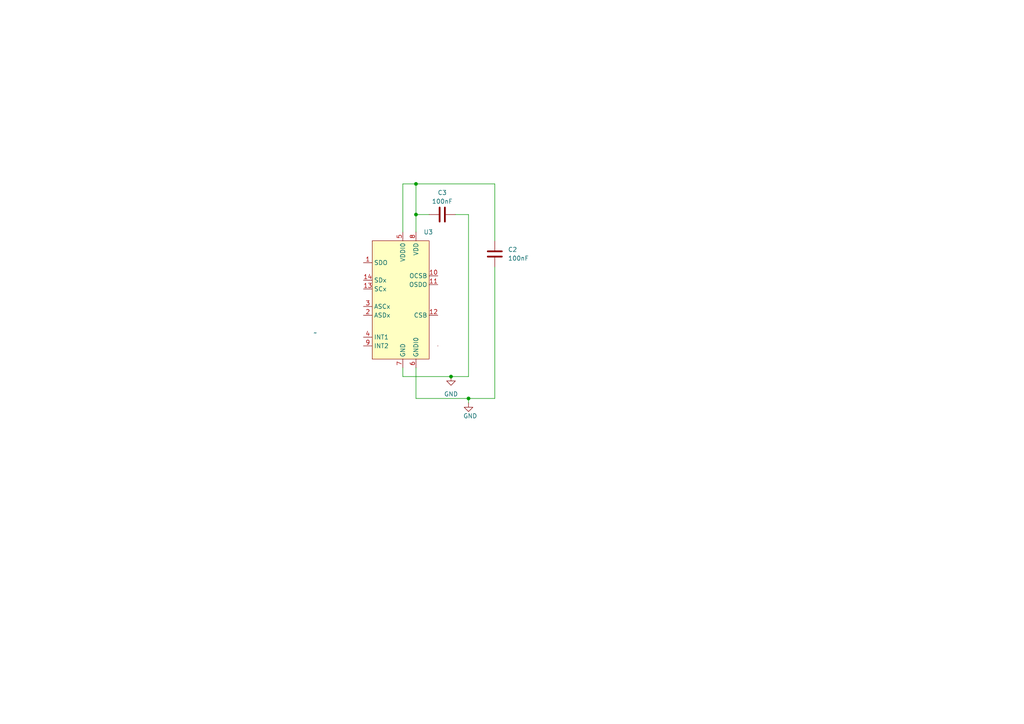
<source format=kicad_sch>
(kicad_sch (version 20230121) (generator eeschema)
  (paper "A4")
  (lib_symbols
    (symbol "BMI270:BMI270"
      (property "Reference" "U" (at 0 -2.54 0))
      (symbol "BMI270_0_1"
        (rectangle (start 35.56 -3.81) (end 35.56 -3.81))
        (rectangle (start 35.56 -3.81) (end 35.56 -3.81))
      )
      (symbol "BMI270_1_1"
        (rectangle (start 16.51 26.67) (end 33.02 -7.62) (fill (type background)))
        (pin bidirectional line (at 13.97 20.32 0) (length 2.54) (name "SDO") (number "1"))
        (pin input line (at 35.56 16.51 180) (length 2.54) (name "OCSB") (number "10"))
        (pin output line (at 35.56 13.97 180) (length 2.54) (name "OSDO") (number "11"))
        (pin output line (at 35.56 5.08 180) (length 2.54) (name "CSB") (number "12"))
        (pin input line (at 13.97 12.7 0) (length 2.54) (name "SCx") (number "13"))
        (pin bidirectional line (at 13.97 15.24 0) (length 2.54) (name "SDx") (number "14"))
        (pin bidirectional line (at 13.97 5.08 0) (length 2.54) (name "ASDx") (number "2"))
        (pin bidirectional line (at 13.97 7.62 0) (length 2.54) (name "ASCx") (number "3"))
        (pin bidirectional line (at 13.97 -1.27 0) (length 2.54) (name "INT1") (number "4"))
        (pin power_in line (at 25.4 29.21 270) (length 2.54) (name "VDDI0") (number "5"))
        (pin power_in line (at 29.21 -10.16 90) (length 2.54) (name "GNDI0") (number "6"))
        (pin power_in line (at 25.4 -10.16 90) (length 2.54) (name "GND") (number "7"))
        (pin power_in line (at 29.21 29.21 270) (length 2.54) (name "VDD") (number "8"))
        (pin bidirectional line (at 13.97 -3.81 0) (length 2.54) (name "INT2") (number "9"))
      )
    )
    (symbol "Device:C" (pin_numbers hide) (pin_names (offset 0.254))
      (property "Reference" "C" (at 0.635 2.54 0))
      (property "Value" "C" (at 0.635 -2.54 0))
      (symbol "C_0_1"
        (polyline (pts (xy -2.032 -0.762) (xy 2.032 -0.762)) (stroke (width 0.508)))
        (polyline (pts (xy -2.032 0.762) (xy 2.032 0.762)) (stroke (width 0.508)))
      )
      (symbol "C_1_1"
        (pin passive line (at 0 3.81 270) (length 2.794) (name "~") (number "1"))
        (pin passive line (at 0 -3.81 90) (length 2.794) (name "~") (number "2"))
      )
    )
    (symbol "power:GND" (power) (pin_names (offset 0))
      (property "Value" "GND" (at 0 -3.81 0))
      (symbol "GND_0_1"
        (polyline (pts (xy 0 0) (xy 0 -1.27) (xy 1.27 -1.27) (xy 0 -2.54) (xy -1.27 -1.27) (xy 0 -1.27)))
      )
      (symbol "GND_1_1"
        (pin power_in line (at 0 0 270) (length 0) hide (name "GND") (number "1"))
      )
    )
  )
  (junction (at 135.89 115.57))
  (junction (at 120.65 53.34))
  (junction (at 130.81 109.22))
  (junction (at 120.65 62.23))
  (wire (pts (xy 135.89 62.23) (xy 132.08 62.23)))
  (wire (pts (xy 116.84 67.31) (xy 116.84 53.34)))
  (wire (pts (xy 143.51 53.34) (xy 143.51 69.85)))
  (wire (pts (xy 116.84 106.68) (xy 116.84 109.22)))
  (wire (pts (xy 120.65 53.34) (xy 120.65 62.23)))
  (wire (pts (xy 120.65 115.57) (xy 135.89 115.57)))
  (wire (pts (xy 135.89 62.23) (xy 135.89 109.22)))
  (wire (pts (xy 135.89 115.57) (xy 135.89 116.84)))
  (wire (pts (xy 120.65 62.23) (xy 124.46 62.23)))
  (wire (pts (xy 116.84 53.34) (xy 120.65 53.34)))
  (wire (pts (xy 120.65 62.23) (xy 120.65 67.31)))
  (wire (pts (xy 130.81 109.22) (xy 135.89 109.22)))
  (wire (pts (xy 135.89 115.57) (xy 143.51 115.57)))
  (wire (pts (xy 120.65 106.68) (xy 120.65 115.57)))
  (wire (pts (xy 116.84 109.22) (xy 130.81 109.22)))
  (wire (pts (xy 143.51 77.47) (xy 143.51 115.57)))
  (wire (pts (xy 120.65 53.34) (xy 143.51 53.34)))
  (symbol (lib_id "power:GND") (at 130.81 109.22 0) (unit 1)
    (property "Reference" "#PWR010" (effects hide))
    (property "Value" "GND" (at 130.81 114.3 0))
  )
  (symbol (lib_id "Device:C") (at 128.27 62.23 90) (unit 1)
    (property "Reference" "C3" (at 128.27 55.88 90))
    (property "Value" "100nF" (at 128.27 58.42 90))
  )
  (symbol (lib_id "Device:C") (at 143.51 73.66 0) (unit 1)
    (property "Reference" "C2" (at 147.32 72.39 0) (effects (justify left)))
    (property "Value" "100nF" (at 147.32 74.93 0) (effects (justify left)))
  )
  (symbol (lib_id "BMI270:BMI270") (at 91.44 96.52 0) (unit 1)
    (property "Reference" "U3" (at 122.8441 67.31 0) (effects (justify left)))
    (property "Value" "~" (at 91.44 96.52 0))
    (property "Footprint" "Package_LGA:Bosch_LGA-14_3x2.5mm_P0.5mm" (effects hide))
    (property "Datasheet" "https://www.bosch-sensortec.com/media/boschsensortec/downloads/datasheets/bst-bmi270-ds000.pdf" (effects hide))
  )
  (symbol (lib_id "power:GND") (at 135.89 116.84 0) (unit 1)
    (property "Reference" "#PWR09" (effects hide))
    (property "Value" "GND" (at 138.43 120.65 0) (effects (justify right)))
  )
)
</source>
